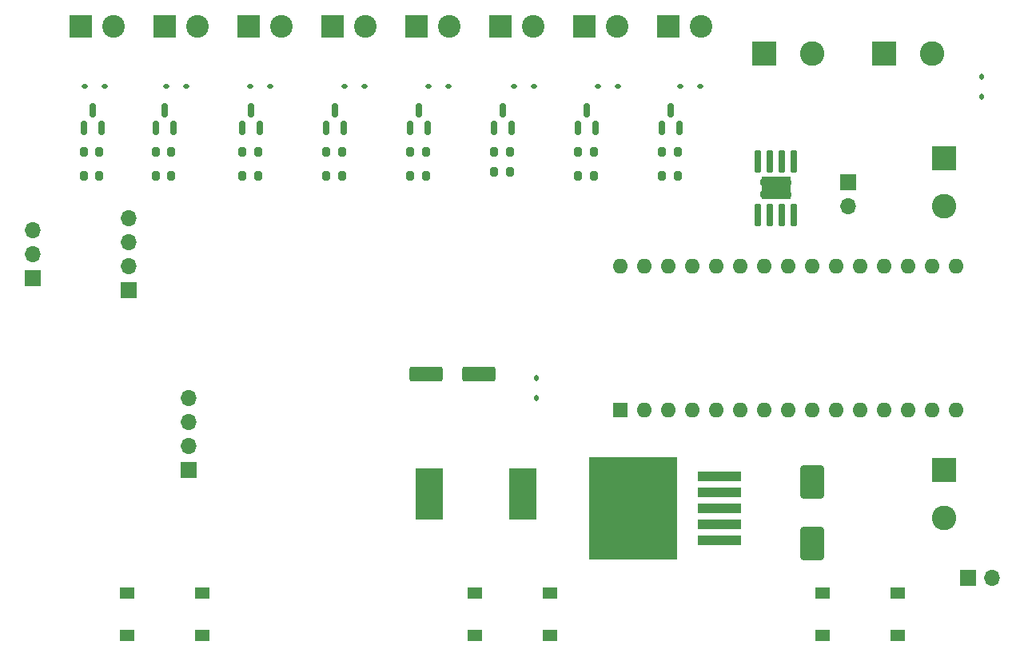
<source format=gbr>
%TF.GenerationSoftware,KiCad,Pcbnew,7.0.8*%
%TF.CreationDate,2024-01-17T19:39:17+01:00*%
%TF.ProjectId,openautolab,6f70656e-6175-4746-9f6c-61622e6b6963,rev?*%
%TF.SameCoordinates,Original*%
%TF.FileFunction,Soldermask,Top*%
%TF.FilePolarity,Negative*%
%FSLAX46Y46*%
G04 Gerber Fmt 4.6, Leading zero omitted, Abs format (unit mm)*
G04 Created by KiCad (PCBNEW 7.0.8) date 2024-01-17 19:39:17*
%MOMM*%
%LPD*%
G01*
G04 APERTURE LIST*
G04 Aperture macros list*
%AMRoundRect*
0 Rectangle with rounded corners*
0 $1 Rounding radius*
0 $2 $3 $4 $5 $6 $7 $8 $9 X,Y pos of 4 corners*
0 Add a 4 corners polygon primitive as box body*
4,1,4,$2,$3,$4,$5,$6,$7,$8,$9,$2,$3,0*
0 Add four circle primitives for the rounded corners*
1,1,$1+$1,$2,$3*
1,1,$1+$1,$4,$5*
1,1,$1+$1,$6,$7*
1,1,$1+$1,$8,$9*
0 Add four rect primitives between the rounded corners*
20,1,$1+$1,$2,$3,$4,$5,0*
20,1,$1+$1,$4,$5,$6,$7,0*
20,1,$1+$1,$6,$7,$8,$9,0*
20,1,$1+$1,$8,$9,$2,$3,0*%
G04 Aperture macros list end*
%ADD10O,1.700000X1.700000*%
%ADD11R,1.700000X1.700000*%
%ADD12R,2.400000X2.400000*%
%ADD13C,2.400000*%
%ADD14RoundRect,0.200000X0.200000X0.275000X-0.200000X0.275000X-0.200000X-0.275000X0.200000X-0.275000X0*%
%ADD15R,1.550000X1.300000*%
%ADD16RoundRect,0.150000X0.150000X-0.587500X0.150000X0.587500X-0.150000X0.587500X-0.150000X-0.587500X0*%
%ADD17RoundRect,0.200000X-0.200000X-0.275000X0.200000X-0.275000X0.200000X0.275000X-0.200000X0.275000X0*%
%ADD18R,2.600000X2.600000*%
%ADD19C,2.600000*%
%ADD20R,4.600000X1.100000*%
%ADD21R,9.400000X10.800000*%
%ADD22RoundRect,0.112500X0.187500X0.112500X-0.187500X0.112500X-0.187500X-0.112500X0.187500X-0.112500X0*%
%ADD23RoundRect,0.250000X-1.500000X-0.550000X1.500000X-0.550000X1.500000X0.550000X-1.500000X0.550000X0*%
%ADD24RoundRect,0.250000X-1.000000X1.500000X-1.000000X-1.500000X1.000000X-1.500000X1.000000X1.500000X0*%
%ADD25RoundRect,0.112500X0.112500X-0.187500X0.112500X0.187500X-0.112500X0.187500X-0.112500X-0.187500X0*%
%ADD26R,2.900000X5.400000*%
%ADD27C,0.770000*%
%ADD28RoundRect,0.070000X0.250000X-1.100000X0.250000X1.100000X-0.250000X1.100000X-0.250000X-1.100000X0*%
%ADD29R,3.100000X2.400000*%
%ADD30O,1.600000X1.600000*%
%ADD31R,1.600000X1.600000*%
%ADD32RoundRect,0.112500X-0.112500X0.187500X-0.112500X-0.187500X0.112500X-0.187500X0.112500X0.187500X0*%
G04 APERTURE END LIST*
D10*
%TO.C,SW4*%
X139700000Y-101600000D03*
D11*
X137160000Y-101600000D03*
%TD*%
D12*
%TO.C,J3*%
X60960000Y-43180000D03*
D13*
X64460000Y-43180000D03*
%TD*%
D14*
%TO.C,R9*%
X78077500Y-59027500D03*
X79727500Y-59027500D03*
%TD*%
D12*
%TO.C,J5*%
X78740000Y-43180000D03*
D13*
X82240000Y-43180000D03*
%TD*%
D15*
%TO.C,SW0*%
X48095000Y-103160000D03*
X56045000Y-103160000D03*
X48095000Y-107660000D03*
X56045000Y-107660000D03*
%TD*%
D14*
%TO.C,R15*%
X104747500Y-59027500D03*
X106397500Y-59027500D03*
%TD*%
D16*
%TO.C,Q2*%
X51120000Y-53945000D03*
X53020000Y-53945000D03*
X52070000Y-52070000D03*
%TD*%
D17*
%TO.C,R14*%
X95857500Y-56487500D03*
X97507500Y-56487500D03*
%TD*%
D16*
%TO.C,Q7*%
X95857500Y-53947500D03*
X97757500Y-53947500D03*
X96807500Y-52072500D03*
%TD*%
D18*
%TO.C,J9*%
X115565000Y-46020000D03*
D19*
X120645000Y-46020000D03*
%TD*%
D11*
%TO.C,J14*%
X38075000Y-69835000D03*
D10*
X38075000Y-67295000D03*
X38075000Y-64755000D03*
%TD*%
D20*
%TO.C,U2*%
X110865000Y-97615000D03*
X110865000Y-95915000D03*
X110865000Y-94215000D03*
D21*
X101715000Y-94215000D03*
D20*
X110865000Y-92515000D03*
X110865000Y-90815000D03*
%TD*%
D16*
%TO.C,Q5*%
X78077500Y-53947500D03*
X79977500Y-53947500D03*
X79027500Y-52072500D03*
%TD*%
%TO.C,Q3*%
X60297500Y-53947500D03*
X62197500Y-53947500D03*
X61247500Y-52072500D03*
%TD*%
D12*
%TO.C,J2*%
X52070000Y-43180000D03*
D13*
X55570000Y-43180000D03*
%TD*%
D14*
%TO.C,R11*%
X88617500Y-58582500D03*
X86967500Y-58582500D03*
%TD*%
D17*
%TO.C,R16*%
X104747500Y-56487500D03*
X106397500Y-56487500D03*
%TD*%
%TO.C,R6*%
X61947500Y-56487500D03*
X60297500Y-56487500D03*
%TD*%
D12*
%TO.C,J8*%
X105410000Y-43180000D03*
D13*
X108910000Y-43180000D03*
%TD*%
D22*
%TO.C,D2*%
X52290000Y-49530000D03*
X54390000Y-49530000D03*
%TD*%
D23*
%TO.C,C1*%
X79750000Y-80010000D03*
X85350000Y-80010000D03*
%TD*%
D24*
%TO.C,C2*%
X120650000Y-91440000D03*
X120650000Y-97940000D03*
%TD*%
D11*
%TO.C,J15*%
X48260000Y-71120000D03*
D10*
X48260000Y-68580000D03*
X48260000Y-66040000D03*
X48260000Y-63500000D03*
%TD*%
D12*
%TO.C,J4*%
X69850000Y-43180000D03*
D13*
X73350000Y-43180000D03*
%TD*%
D14*
%TO.C,R5*%
X60297500Y-59027500D03*
X61947500Y-59027500D03*
%TD*%
D22*
%TO.C,D5*%
X80010000Y-49530000D03*
X82110000Y-49530000D03*
%TD*%
D14*
%TO.C,R7*%
X70837500Y-59027500D03*
X69187500Y-59027500D03*
%TD*%
D17*
%TO.C,R10*%
X78077500Y-56487500D03*
X79727500Y-56487500D03*
%TD*%
D14*
%TO.C,R13*%
X95857500Y-59027500D03*
X97507500Y-59027500D03*
%TD*%
D22*
%TO.C,D7*%
X100110000Y-49530000D03*
X98010000Y-49530000D03*
%TD*%
%TO.C,D9*%
X89120000Y-49530000D03*
X91220000Y-49530000D03*
%TD*%
D17*
%TO.C,R8*%
X69187500Y-56487500D03*
X70837500Y-56487500D03*
%TD*%
D16*
%TO.C,Q1*%
X44450000Y-52070000D03*
X45400000Y-53945000D03*
X43500000Y-53945000D03*
%TD*%
D22*
%TO.C,D3*%
X61180000Y-49530000D03*
X63280000Y-49530000D03*
%TD*%
D16*
%TO.C,Q6*%
X86967500Y-53947500D03*
X88867500Y-53947500D03*
X87917500Y-52072500D03*
%TD*%
D15*
%TO.C,SW2*%
X121755000Y-103160000D03*
X129705000Y-103160000D03*
X121755000Y-107660000D03*
X129705000Y-107660000D03*
%TD*%
D11*
%TO.C,SW3*%
X124460000Y-59690000D03*
D10*
X124460000Y-62230000D03*
%TD*%
D15*
%TO.C,SW1*%
X84925000Y-103160000D03*
X92875000Y-103160000D03*
X84925000Y-107660000D03*
X92875000Y-107660000D03*
%TD*%
D16*
%TO.C,Q8*%
X104747500Y-53947500D03*
X106647500Y-53947500D03*
X105697500Y-52072500D03*
%TD*%
%TO.C,Q4*%
X69187500Y-53947500D03*
X71087500Y-53947500D03*
X70137500Y-52072500D03*
%TD*%
D25*
%TO.C,D8*%
X91440000Y-80450000D03*
X91440000Y-82550000D03*
%TD*%
D12*
%TO.C,J6*%
X87630000Y-43180000D03*
D13*
X91130000Y-43180000D03*
%TD*%
D26*
%TO.C,L1*%
X80140000Y-92710000D03*
X90040000Y-92710000D03*
%TD*%
D27*
%TO.C,U1*%
X118140000Y-59660000D03*
X116840000Y-59660000D03*
X115540000Y-59660000D03*
X118140000Y-60960000D03*
X116840000Y-60960000D03*
X115540000Y-60960000D03*
D28*
X114935000Y-57435000D03*
X116205000Y-57435000D03*
X117475000Y-57435000D03*
X118745000Y-57435000D03*
X118745000Y-63185000D03*
X117475000Y-63185000D03*
X116205000Y-63185000D03*
X114935000Y-63185000D03*
D29*
X116840000Y-60310000D03*
%TD*%
D14*
%TO.C,R3*%
X51120000Y-59025000D03*
X52770000Y-59025000D03*
%TD*%
D12*
%TO.C,J7*%
X96520000Y-43180000D03*
D13*
X100020000Y-43180000D03*
%TD*%
D22*
%TO.C,D4*%
X71120000Y-49530000D03*
X73220000Y-49530000D03*
%TD*%
D19*
%TO.C,J12*%
X134620000Y-95245000D03*
D18*
X134620000Y-90165000D03*
%TD*%
D12*
%TO.C,J1*%
X43180000Y-43180000D03*
D13*
X46680000Y-43180000D03*
%TD*%
D14*
%TO.C,R2*%
X45150000Y-59025000D03*
X43500000Y-59025000D03*
%TD*%
D22*
%TO.C,D6*%
X106680000Y-49530000D03*
X108780000Y-49530000D03*
%TD*%
D30*
%TO.C,A1*%
X100330000Y-68570000D03*
X102870000Y-68570000D03*
X105410000Y-68570000D03*
X107950000Y-68570000D03*
X110490000Y-68570000D03*
X113030000Y-68570000D03*
X115570000Y-68570000D03*
X118110000Y-68570000D03*
X120650000Y-68570000D03*
X123190000Y-68570000D03*
X125730000Y-68570000D03*
X128270000Y-68570000D03*
X130810000Y-68570000D03*
X133350000Y-68570000D03*
X135890000Y-68570000D03*
X135890000Y-83810000D03*
X133350000Y-83810000D03*
X130810000Y-83810000D03*
X128270000Y-83810000D03*
X125730000Y-83810000D03*
X123190000Y-83810000D03*
X120650000Y-83810000D03*
X118110000Y-83810000D03*
X115570000Y-83810000D03*
X113030000Y-83810000D03*
X110490000Y-83810000D03*
X107950000Y-83810000D03*
X105410000Y-83810000D03*
X102870000Y-83810000D03*
D31*
X100330000Y-83810000D03*
%TD*%
D19*
%TO.C,J11*%
X134620000Y-62230000D03*
D18*
X134620000Y-57150000D03*
%TD*%
%TO.C,J10*%
X128265000Y-46020000D03*
D19*
X133345000Y-46020000D03*
%TD*%
D17*
%TO.C,R12*%
X88617500Y-56487500D03*
X86967500Y-56487500D03*
%TD*%
D11*
%TO.C,J13*%
X54610000Y-90170000D03*
D10*
X54610000Y-87630000D03*
X54610000Y-85090000D03*
X54610000Y-82550000D03*
%TD*%
D17*
%TO.C,R1*%
X45150000Y-56485000D03*
X43500000Y-56485000D03*
%TD*%
%TO.C,R4*%
X51120000Y-56485000D03*
X52770000Y-56485000D03*
%TD*%
D32*
%TO.C,D10*%
X138650000Y-50580000D03*
X138650000Y-48480000D03*
%TD*%
D22*
%TO.C,D1*%
X43620000Y-49530000D03*
X45720000Y-49530000D03*
%TD*%
M02*

</source>
